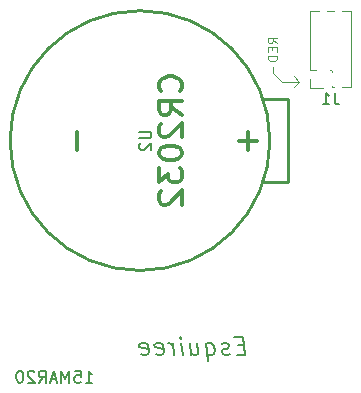
<source format=gbr>
G04 #@! TF.GenerationSoftware,KiCad,Pcbnew,(5.0.0)*
G04 #@! TF.CreationDate,2020-03-15T13:15:32-04:00*
G04 #@! TF.ProjectId,Attiny_IMU_LCD_ETC,417474696E795F494D555F4C43445F45,rev?*
G04 #@! TF.SameCoordinates,Original*
G04 #@! TF.FileFunction,Legend,Bot*
G04 #@! TF.FilePolarity,Positive*
%FSLAX46Y46*%
G04 Gerber Fmt 4.6, Leading zero omitted, Abs format (unit mm)*
G04 Created by KiCad (PCBNEW (5.0.0)) date 03/15/20 13:15:32*
%MOMM*%
%LPD*%
G01*
G04 APERTURE LIST*
%ADD10C,0.150000*%
%ADD11C,0.200000*%
%ADD12C,0.100000*%
%ADD13C,0.120000*%
%ADD14C,0.250000*%
%ADD15C,0.300000*%
G04 APERTURE END LIST*
D10*
X123642857Y-103252380D02*
X124214285Y-103252380D01*
X123928571Y-103252380D02*
X123928571Y-102252380D01*
X124023809Y-102395238D01*
X124119047Y-102490476D01*
X124214285Y-102538095D01*
X122738095Y-102252380D02*
X123214285Y-102252380D01*
X123261904Y-102728571D01*
X123214285Y-102680952D01*
X123119047Y-102633333D01*
X122880952Y-102633333D01*
X122785714Y-102680952D01*
X122738095Y-102728571D01*
X122690476Y-102823809D01*
X122690476Y-103061904D01*
X122738095Y-103157142D01*
X122785714Y-103204761D01*
X122880952Y-103252380D01*
X123119047Y-103252380D01*
X123214285Y-103204761D01*
X123261904Y-103157142D01*
X122261904Y-103252380D02*
X122261904Y-102252380D01*
X121928571Y-102966666D01*
X121595238Y-102252380D01*
X121595238Y-103252380D01*
X121166666Y-102966666D02*
X120690476Y-102966666D01*
X121261904Y-103252380D02*
X120928571Y-102252380D01*
X120595238Y-103252380D01*
X119690476Y-103252380D02*
X120023809Y-102776190D01*
X120261904Y-103252380D02*
X120261904Y-102252380D01*
X119880952Y-102252380D01*
X119785714Y-102300000D01*
X119738095Y-102347619D01*
X119690476Y-102442857D01*
X119690476Y-102585714D01*
X119738095Y-102680952D01*
X119785714Y-102728571D01*
X119880952Y-102776190D01*
X120261904Y-102776190D01*
X119309523Y-102347619D02*
X119261904Y-102300000D01*
X119166666Y-102252380D01*
X118928571Y-102252380D01*
X118833333Y-102300000D01*
X118785714Y-102347619D01*
X118738095Y-102442857D01*
X118738095Y-102538095D01*
X118785714Y-102680952D01*
X119357142Y-103252380D01*
X118738095Y-103252380D01*
X118119047Y-102252380D02*
X118023809Y-102252380D01*
X117928571Y-102300000D01*
X117880952Y-102347619D01*
X117833333Y-102442857D01*
X117785714Y-102633333D01*
X117785714Y-102871428D01*
X117833333Y-103061904D01*
X117880952Y-103157142D01*
X117928571Y-103204761D01*
X118023809Y-103252380D01*
X118119047Y-103252380D01*
X118214285Y-103204761D01*
X118261904Y-103157142D01*
X118309523Y-103061904D01*
X118357142Y-102871428D01*
X118357142Y-102633333D01*
X118309523Y-102442857D01*
X118261904Y-102347619D01*
X118214285Y-102300000D01*
X118119047Y-102252380D01*
D11*
X137042589Y-100092857D02*
X136542589Y-100092857D01*
X136426517Y-100878571D02*
X137140803Y-100878571D01*
X136953303Y-99378571D01*
X136239017Y-99378571D01*
X135846160Y-100807142D02*
X135712232Y-100878571D01*
X135426517Y-100878571D01*
X135274732Y-100807142D01*
X135185446Y-100664285D01*
X135176517Y-100592857D01*
X135230089Y-100450000D01*
X135364017Y-100378571D01*
X135578303Y-100378571D01*
X135712232Y-100307142D01*
X135765803Y-100164285D01*
X135756875Y-100092857D01*
X135667589Y-99950000D01*
X135515803Y-99878571D01*
X135301517Y-99878571D01*
X135167589Y-99950000D01*
X133801517Y-99878571D02*
X133989017Y-101378571D01*
X133917589Y-100807142D02*
X134069375Y-100878571D01*
X134355089Y-100878571D01*
X134489017Y-100807142D01*
X134551517Y-100735714D01*
X134605089Y-100592857D01*
X134551517Y-100164285D01*
X134462232Y-100021428D01*
X134381875Y-99950000D01*
X134230089Y-99878571D01*
X133944375Y-99878571D01*
X133810446Y-99950000D01*
X132444375Y-99878571D02*
X132569375Y-100878571D01*
X133087232Y-99878571D02*
X133185446Y-100664285D01*
X133131875Y-100807142D01*
X132997946Y-100878571D01*
X132783660Y-100878571D01*
X132631875Y-100807142D01*
X132551517Y-100735714D01*
X131855089Y-100878571D02*
X131730089Y-99878571D01*
X131667589Y-99378571D02*
X131747946Y-99450000D01*
X131685446Y-99521428D01*
X131605089Y-99450000D01*
X131667589Y-99378571D01*
X131685446Y-99521428D01*
X131140803Y-100878571D02*
X131015803Y-99878571D01*
X131051517Y-100164285D02*
X130962232Y-100021428D01*
X130881875Y-99950000D01*
X130730089Y-99878571D01*
X130587232Y-99878571D01*
X129631875Y-100807142D02*
X129783660Y-100878571D01*
X130069375Y-100878571D01*
X130203303Y-100807142D01*
X130256875Y-100664285D01*
X130185446Y-100092857D01*
X130096160Y-99950000D01*
X129944375Y-99878571D01*
X129658660Y-99878571D01*
X129524732Y-99950000D01*
X129471160Y-100092857D01*
X129489017Y-100235714D01*
X130221160Y-100378571D01*
X128346160Y-100807142D02*
X128497946Y-100878571D01*
X128783660Y-100878571D01*
X128917589Y-100807142D01*
X128971160Y-100664285D01*
X128899732Y-100092857D01*
X128810446Y-99950000D01*
X128658660Y-99878571D01*
X128372946Y-99878571D01*
X128239017Y-99950000D01*
X128185446Y-100092857D01*
X128203303Y-100235714D01*
X128935446Y-100378571D01*
D12*
X141750000Y-77750000D02*
X141250000Y-77250000D01*
X141750000Y-77750000D02*
X141250000Y-78250000D01*
X139861904Y-74485714D02*
X139480952Y-74219047D01*
X139861904Y-74028571D02*
X139061904Y-74028571D01*
X139061904Y-74333333D01*
X139100000Y-74409523D01*
X139138095Y-74447619D01*
X139214285Y-74485714D01*
X139328571Y-74485714D01*
X139404761Y-74447619D01*
X139442857Y-74409523D01*
X139480952Y-74333333D01*
X139480952Y-74028571D01*
X139442857Y-74828571D02*
X139442857Y-75095238D01*
X139861904Y-75209523D02*
X139861904Y-74828571D01*
X139061904Y-74828571D01*
X139061904Y-75209523D01*
X139861904Y-75552380D02*
X139061904Y-75552380D01*
X139061904Y-75742857D01*
X139100000Y-75857142D01*
X139176190Y-75933333D01*
X139252380Y-75971428D01*
X139404761Y-76009523D01*
X139519047Y-76009523D01*
X139671428Y-75971428D01*
X139747619Y-75933333D01*
X139823809Y-75857142D01*
X139861904Y-75742857D01*
X139861904Y-75552380D01*
X139500000Y-77000000D02*
X139500000Y-76500000D01*
X140250000Y-77750000D02*
X139500000Y-77000000D01*
X141750000Y-77750000D02*
X140250000Y-77750000D01*
D13*
G04 #@! TO.C,J1*
X142620000Y-78300000D02*
X143750000Y-78300000D01*
X142620000Y-77540000D02*
X142620000Y-78300000D01*
X145327530Y-78235000D02*
X146150000Y-78235000D01*
X144510000Y-78235000D02*
X144712470Y-78235000D01*
X144510000Y-78103471D02*
X144510000Y-78235000D01*
X144510000Y-76833471D02*
X144510000Y-76976529D01*
X144313471Y-76780000D02*
X144456529Y-76780000D01*
X142620000Y-76780000D02*
X143186529Y-76780000D01*
X146150000Y-78235000D02*
X146150000Y-71765000D01*
X142620000Y-76780000D02*
X142620000Y-71765000D01*
X144057530Y-71765000D02*
X144712470Y-71765000D01*
X145327530Y-71765000D02*
X146150000Y-71765000D01*
X142620000Y-71765000D02*
X143442470Y-71765000D01*
D14*
G04 #@! TO.C,U2*
X140750000Y-82750000D02*
X140750000Y-79250000D01*
X140750000Y-79250000D02*
X138750000Y-79250000D01*
X140750000Y-82750000D02*
X140750000Y-85750000D01*
X140750000Y-85750000D02*
X140750000Y-86250000D01*
X140750000Y-86250000D02*
X138750000Y-86250000D01*
X139250000Y-82750000D02*
G75*
G03X139250000Y-82750000I-11000000J0D01*
G01*
G04 #@! TO.C,J1*
D10*
X144718333Y-78687380D02*
X144718333Y-79401666D01*
X144765952Y-79544523D01*
X144861190Y-79639761D01*
X145004047Y-79687380D01*
X145099285Y-79687380D01*
X143718333Y-79687380D02*
X144289761Y-79687380D01*
X144004047Y-79687380D02*
X144004047Y-78687380D01*
X144099285Y-78830238D01*
X144194523Y-78925476D01*
X144289761Y-78973095D01*
G04 #@! TO.C,U2*
X128202380Y-81988095D02*
X129011904Y-81988095D01*
X129107142Y-82035714D01*
X129154761Y-82083333D01*
X129202380Y-82178571D01*
X129202380Y-82369047D01*
X129154761Y-82464285D01*
X129107142Y-82511904D01*
X129011904Y-82559523D01*
X128202380Y-82559523D01*
X128297619Y-82988095D02*
X128250000Y-83035714D01*
X128202380Y-83130952D01*
X128202380Y-83369047D01*
X128250000Y-83464285D01*
X128297619Y-83511904D01*
X128392857Y-83559523D01*
X128488095Y-83559523D01*
X128630952Y-83511904D01*
X129202380Y-82940476D01*
X129202380Y-83559523D01*
D15*
X131631285Y-78559523D02*
X131726523Y-78464285D01*
X131821761Y-78178571D01*
X131821761Y-77988095D01*
X131726523Y-77702380D01*
X131536047Y-77511904D01*
X131345571Y-77416666D01*
X130964619Y-77321428D01*
X130678904Y-77321428D01*
X130297952Y-77416666D01*
X130107476Y-77511904D01*
X129917000Y-77702380D01*
X129821761Y-77988095D01*
X129821761Y-78178571D01*
X129917000Y-78464285D01*
X130012238Y-78559523D01*
X131821761Y-80559523D02*
X130869380Y-79892857D01*
X131821761Y-79416666D02*
X129821761Y-79416666D01*
X129821761Y-80178571D01*
X129917000Y-80369047D01*
X130012238Y-80464285D01*
X130202714Y-80559523D01*
X130488428Y-80559523D01*
X130678904Y-80464285D01*
X130774142Y-80369047D01*
X130869380Y-80178571D01*
X130869380Y-79416666D01*
X130012238Y-81321428D02*
X129917000Y-81416666D01*
X129821761Y-81607142D01*
X129821761Y-82083333D01*
X129917000Y-82273809D01*
X130012238Y-82369047D01*
X130202714Y-82464285D01*
X130393190Y-82464285D01*
X130678904Y-82369047D01*
X131821761Y-81226190D01*
X131821761Y-82464285D01*
X129821761Y-83702380D02*
X129821761Y-83892857D01*
X129917000Y-84083333D01*
X130012238Y-84178571D01*
X130202714Y-84273809D01*
X130583666Y-84369047D01*
X131059857Y-84369047D01*
X131440809Y-84273809D01*
X131631285Y-84178571D01*
X131726523Y-84083333D01*
X131821761Y-83892857D01*
X131821761Y-83702380D01*
X131726523Y-83511904D01*
X131631285Y-83416666D01*
X131440809Y-83321428D01*
X131059857Y-83226190D01*
X130583666Y-83226190D01*
X130202714Y-83321428D01*
X130012238Y-83416666D01*
X129917000Y-83511904D01*
X129821761Y-83702380D01*
X129821761Y-85035714D02*
X129821761Y-86273809D01*
X130583666Y-85607142D01*
X130583666Y-85892857D01*
X130678904Y-86083333D01*
X130774142Y-86178571D01*
X130964619Y-86273809D01*
X131440809Y-86273809D01*
X131631285Y-86178571D01*
X131726523Y-86083333D01*
X131821761Y-85892857D01*
X131821761Y-85321428D01*
X131726523Y-85130952D01*
X131631285Y-85035714D01*
X130012238Y-87035714D02*
X129917000Y-87130952D01*
X129821761Y-87321428D01*
X129821761Y-87797619D01*
X129917000Y-87988095D01*
X130012238Y-88083333D01*
X130202714Y-88178571D01*
X130393190Y-88178571D01*
X130678904Y-88083333D01*
X131821761Y-86940476D01*
X131821761Y-88178571D01*
X122892857Y-81988095D02*
X122892857Y-83511904D01*
X137392857Y-81988095D02*
X137392857Y-83511904D01*
X138154761Y-82750000D02*
X136630952Y-82750000D01*
G04 #@! TD*
M02*

</source>
